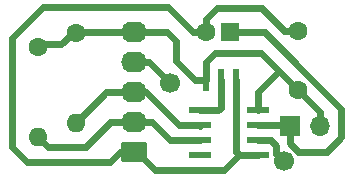
<source format=gbr>
G04 #@! TF.GenerationSoftware,KiCad,Pcbnew,(5.1.2)-2*
G04 #@! TF.CreationDate,2019-06-15T15:38:31+01:00*
G04 #@! TF.ProjectId,AS5600-breakout,41533536-3030-42d6-9272-65616b6f7574,rev?*
G04 #@! TF.SameCoordinates,Original*
G04 #@! TF.FileFunction,Copper,L2,Bot*
G04 #@! TF.FilePolarity,Positive*
%FSLAX46Y46*%
G04 Gerber Fmt 4.6, Leading zero omitted, Abs format (unit mm)*
G04 Created by KiCad (PCBNEW (5.1.2)-2) date 2019-06-15 15:38:31*
%MOMM*%
%LPD*%
G04 APERTURE LIST*
%ADD10C,0.100000*%
%ADD11C,1.740000*%
%ADD12O,2.200000X1.740000*%
%ADD13C,1.600000*%
%ADD14O,1.600000X1.600000*%
%ADD15R,0.600000X1.900000*%
%ADD16R,1.600000X1.600000*%
%ADD17R,1.900000X0.600000*%
%ADD18O,1.700000X1.700000*%
%ADD19R,1.700000X1.700000*%
%ADD20C,1.700000*%
%ADD21C,0.600000*%
G04 APERTURE END LIST*
D10*
G36*
X100950505Y-100731204D02*
G01*
X100974773Y-100734804D01*
X100998572Y-100740765D01*
X101021671Y-100749030D01*
X101043850Y-100759520D01*
X101064893Y-100772132D01*
X101084599Y-100786747D01*
X101102777Y-100803223D01*
X101119253Y-100821401D01*
X101133868Y-100841107D01*
X101146480Y-100862150D01*
X101156970Y-100884329D01*
X101165235Y-100907428D01*
X101171196Y-100931227D01*
X101174796Y-100955495D01*
X101176000Y-100979999D01*
X101176000Y-102220001D01*
X101174796Y-102244505D01*
X101171196Y-102268773D01*
X101165235Y-102292572D01*
X101156970Y-102315671D01*
X101146480Y-102337850D01*
X101133868Y-102358893D01*
X101119253Y-102378599D01*
X101102777Y-102396777D01*
X101084599Y-102413253D01*
X101064893Y-102427868D01*
X101043850Y-102440480D01*
X101021671Y-102450970D01*
X100998572Y-102459235D01*
X100974773Y-102465196D01*
X100950505Y-102468796D01*
X100926001Y-102470000D01*
X99225999Y-102470000D01*
X99201495Y-102468796D01*
X99177227Y-102465196D01*
X99153428Y-102459235D01*
X99130329Y-102450970D01*
X99108150Y-102440480D01*
X99087107Y-102427868D01*
X99067401Y-102413253D01*
X99049223Y-102396777D01*
X99032747Y-102378599D01*
X99018132Y-102358893D01*
X99005520Y-102337850D01*
X98995030Y-102315671D01*
X98986765Y-102292572D01*
X98980804Y-102268773D01*
X98977204Y-102244505D01*
X98976000Y-102220001D01*
X98976000Y-100979999D01*
X98977204Y-100955495D01*
X98980804Y-100931227D01*
X98986765Y-100907428D01*
X98995030Y-100884329D01*
X99005520Y-100862150D01*
X99018132Y-100841107D01*
X99032747Y-100821401D01*
X99049223Y-100803223D01*
X99067401Y-100786747D01*
X99087107Y-100772132D01*
X99108150Y-100759520D01*
X99130329Y-100749030D01*
X99153428Y-100740765D01*
X99177227Y-100734804D01*
X99201495Y-100731204D01*
X99225999Y-100730000D01*
X100926001Y-100730000D01*
X100950505Y-100731204D01*
X100950505Y-100731204D01*
G37*
D11*
X100076000Y-101600000D03*
D12*
X100076000Y-99060000D03*
X100076000Y-96520000D03*
X100076000Y-93980000D03*
X100076000Y-91440000D03*
D13*
X91954000Y-92706000D03*
D14*
X91954000Y-100326000D03*
D15*
X106172000Y-95504000D03*
X107442000Y-95504000D03*
X108712000Y-95504000D03*
D13*
X106172000Y-91440000D03*
D16*
X108172000Y-91440000D03*
D13*
X113934000Y-91302000D03*
X113934000Y-96302000D03*
D17*
X105664000Y-98044000D03*
X105664000Y-99314000D03*
X105664000Y-100584000D03*
X105664000Y-101854000D03*
X110574000Y-101854000D03*
X110574000Y-100584000D03*
X110574000Y-99314000D03*
X110574000Y-98044000D03*
D18*
X115824000Y-99402000D03*
D19*
X113284000Y-99402000D03*
D14*
X95154000Y-99096000D03*
D13*
X95154000Y-91476000D03*
D20*
X112725695Y-102344305D03*
X103124000Y-95758000D03*
D21*
X115824000Y-98192000D02*
X113934000Y-96302000D01*
X115824000Y-99402000D02*
X115824000Y-98192000D01*
X106172000Y-93954000D02*
X106926000Y-93200000D01*
X106172000Y-95504000D02*
X106172000Y-93954000D01*
X106926000Y-93200000D02*
X110832000Y-93200000D01*
X110574000Y-96536000D02*
X112371000Y-94739000D01*
X110574000Y-98044000D02*
X110574000Y-96536000D01*
X110832000Y-93200000D02*
X112371000Y-94739000D01*
X112371000Y-94739000D02*
X113934000Y-96302000D01*
X93924000Y-92452000D02*
X95154000Y-91222000D01*
X91954000Y-92452000D02*
X93924000Y-92452000D01*
X105272000Y-95504000D02*
X103632000Y-93864000D01*
X106172000Y-95504000D02*
X105272000Y-95504000D01*
X103632000Y-93864000D02*
X103632000Y-92202000D01*
X102870000Y-91440000D02*
X100076000Y-91440000D01*
X103632000Y-92202000D02*
X102870000Y-91440000D01*
X95190000Y-91440000D02*
X95154000Y-91476000D01*
X100076000Y-91440000D02*
X95190000Y-91440000D01*
X109024000Y-101854000D02*
X108712000Y-101542000D01*
X110574000Y-101854000D02*
X109024000Y-101854000D01*
X108712000Y-97028000D02*
X108712000Y-95504000D01*
X108712000Y-101542000D02*
X108712000Y-97028000D01*
X112802630Y-91302000D02*
X110908630Y-89408000D01*
X113934000Y-91302000D02*
X112802630Y-91302000D01*
X106172000Y-90308630D02*
X106172000Y-91440000D01*
X107072630Y-89408000D02*
X106172000Y-90308630D01*
X110908630Y-89408000D02*
X107072630Y-89408000D01*
X101484001Y-102754001D02*
X100330000Y-101600000D01*
X101854000Y-103124000D02*
X101484001Y-102754001D01*
X107696000Y-103124000D02*
X101854000Y-103124000D01*
X109024000Y-101854000D02*
X108966000Y-101854000D01*
X108966000Y-101854000D02*
X107696000Y-103124000D01*
X105040630Y-91440000D02*
X102942590Y-89341960D01*
X106172000Y-91440000D02*
X105040630Y-91440000D01*
X102942590Y-89341960D02*
X92323920Y-89341960D01*
X92323920Y-89341960D02*
X89733120Y-91932760D01*
X89733120Y-91932760D02*
X89733120Y-101117400D01*
X89733120Y-101117400D02*
X91028520Y-102412800D01*
X98876000Y-101600000D02*
X100076000Y-101600000D01*
X98063200Y-102412800D02*
X98876000Y-101600000D01*
X91028520Y-102412800D02*
X98063200Y-102412800D01*
X113196000Y-99314000D02*
X113284000Y-99402000D01*
X110574000Y-99314000D02*
X113196000Y-99314000D01*
X113284000Y-100852000D02*
X113284000Y-99402000D01*
X113992000Y-101560000D02*
X113284000Y-100852000D01*
X109572000Y-91440000D02*
X108172000Y-91440000D01*
X111144002Y-91440000D02*
X109572000Y-91440000D01*
X115356000Y-101560000D02*
X113992000Y-101560000D01*
X115356000Y-101560000D02*
X116372000Y-101560000D01*
X116372000Y-101560000D02*
X117630000Y-100302000D01*
X117630000Y-97925998D02*
X113987001Y-94282999D01*
X117630000Y-100302000D02*
X117630000Y-97925998D01*
X113987001Y-94282999D02*
X111144002Y-91440000D01*
X101600000Y-99060000D02*
X100330000Y-99060000D01*
X105664000Y-100584000D02*
X103124000Y-100584000D01*
X103124000Y-100584000D02*
X101600000Y-99060000D01*
X92753999Y-101125999D02*
X95978001Y-101125999D01*
X91954000Y-100326000D02*
X92753999Y-101125999D01*
X98044000Y-99060000D02*
X100076000Y-99060000D01*
X95978001Y-101125999D02*
X98044000Y-99060000D01*
X105654000Y-99324000D02*
X105664000Y-99314000D01*
X105628000Y-99350000D02*
X105664000Y-99314000D01*
X100330000Y-96520000D02*
X101092000Y-96520000D01*
X103886000Y-99314000D02*
X105664000Y-99314000D01*
X101092000Y-96520000D02*
X103886000Y-99314000D01*
X95154000Y-99096000D02*
X97730000Y-96520000D01*
X97730000Y-96520000D02*
X100076000Y-96520000D01*
X110574000Y-100584000D02*
X111634002Y-100584000D01*
X111634002Y-100584000D02*
X112124001Y-101073999D01*
X112124001Y-101073999D02*
X112124001Y-101742611D01*
X112124001Y-101742611D02*
X112725695Y-102344305D01*
X102274001Y-94908001D02*
X103124000Y-95758000D01*
X101346000Y-93980000D02*
X103124000Y-95758000D01*
X100076000Y-93980000D02*
X101346000Y-93980000D01*
X107214000Y-98044000D02*
X105664000Y-98044000D01*
X107442000Y-97816000D02*
X107214000Y-98044000D01*
X107442000Y-95504000D02*
X107442000Y-97816000D01*
M02*

</source>
